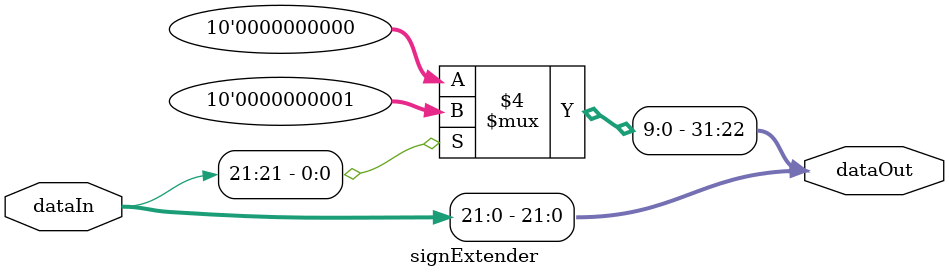
<source format=v>
`timescale 1ns / 1ps

module signExtender(dataIn, dataOut);

// Setting up variables: 
input [21:0] dataIn;
output reg [31:0] dataOut;

// Run these lines when testing and input changes
always@(dataIn)
begin
    dataOut[21:0]=dataIn;
    
    if(dataIn[21]==1)
    begin
        dataOut[31:22]=1;
    end
    else
    begin
        dataOut[31:22]=0;
    end
end
endmodule
</source>
